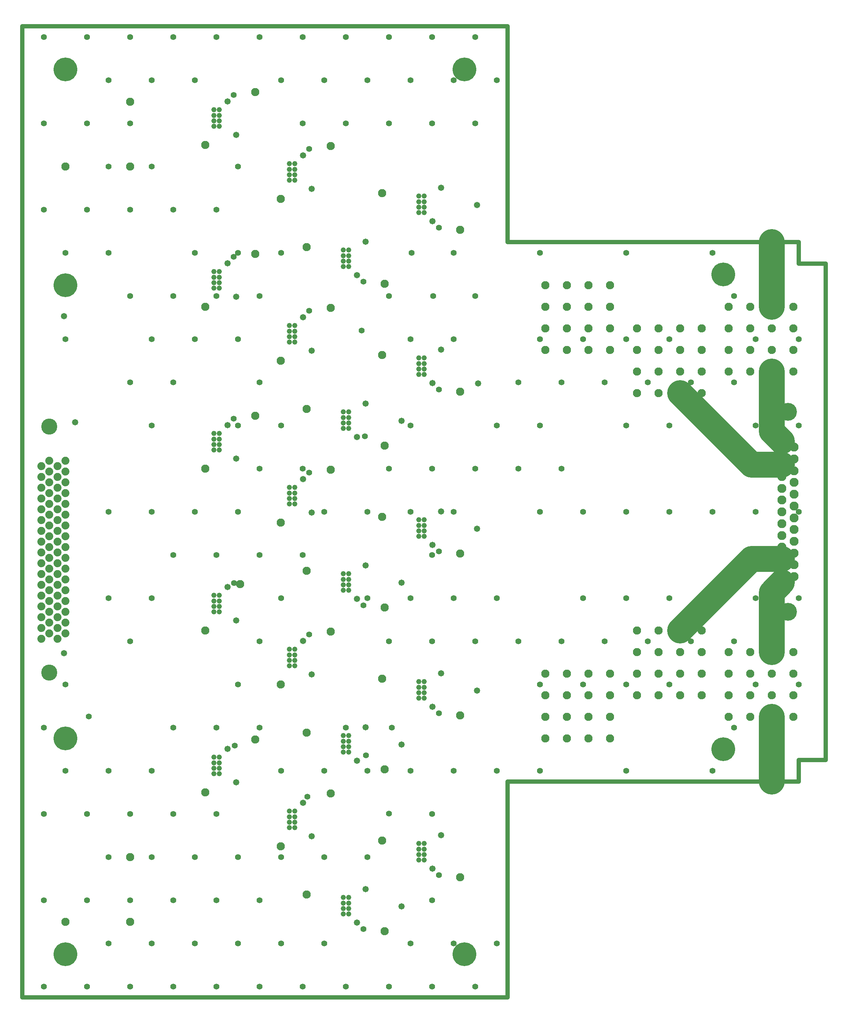
<source format=gbr>
%TF.GenerationSoftware,Altium Limited,Altium Designer,25.0.2 (28)*%
G04 Layer_Physical_Order=2*
G04 Layer_Color=32768*
%FSLAX45Y45*%
%MOMM*%
%TF.SameCoordinates,97F7605E-EDA1-4B57-83DE-D803DCB7673D*%
%TF.FilePolarity,Negative*%
%TF.FileFunction,Copper,L2,Inr,Plane*%
%TF.Part,Single*%
G01*
G75*
%TA.AperFunction,NonConductor*%
%ADD37C,1.01600*%
%ADD38C,6.09600*%
%TA.AperFunction,ComponentPad*%
%ADD39C,1.87960*%
%ADD40C,3.78460*%
%ADD41C,1.93040*%
%TA.AperFunction,ViaPad*%
%ADD42C,1.93040*%
%TA.AperFunction,ComponentPad*%
%ADD43C,2.10600*%
%ADD44C,4.21600*%
%TA.AperFunction,ViaPad*%
%ADD45C,5.58800*%
%ADD46C,1.42240*%
%ADD47C,1.47320*%
%ADD48C,1.21600*%
D37*
X13970000Y8890000D02*
X20828000D01*
X13970000Y3810000D02*
Y8890000D01*
X2540000Y3810000D02*
X13970000D01*
X2540000D02*
Y26670001D01*
X13970000D01*
Y21589999D02*
Y26670001D01*
Y21589999D02*
X20828000D01*
Y21082001D02*
Y21589999D01*
Y21082001D02*
X21463000D01*
Y9398000D02*
Y21082001D01*
X20828000Y9398000D02*
X21463000D01*
X20828000Y8890000D02*
Y9398000D01*
D38*
X20192999Y20066000D02*
Y21589999D01*
Y17141200D02*
X20432201Y16902000D01*
X20192999Y17141200D02*
Y18542000D01*
X19720001Y16348000D02*
X20432199D01*
X18034000Y18034000D02*
X19720001Y16348000D01*
Y14132001D02*
X20432199D01*
X18034000Y12446000D02*
X19720001Y14132001D01*
X20192999Y13338800D02*
X20432201Y13578000D01*
X20192999Y11938000D02*
Y13338800D01*
Y8890000D02*
Y10414000D01*
D39*
X3365500Y12255500D02*
D03*
Y12509500D02*
D03*
X3556000Y12382500D02*
D03*
X3365500Y12763500D02*
D03*
X3556000Y12636500D02*
D03*
X3365500Y13017500D02*
D03*
X3556000Y12890500D02*
D03*
X3365500Y13271500D02*
D03*
X3556000Y13144501D02*
D03*
X3365500Y13525500D02*
D03*
X3556000Y13398500D02*
D03*
X3365500Y13779500D02*
D03*
X3556000Y13652499D02*
D03*
X3365500Y14033501D02*
D03*
X3556000Y13906500D02*
D03*
X3365500Y14287500D02*
D03*
X3556000Y14160500D02*
D03*
X3365500Y14541499D02*
D03*
X3556000Y14414500D02*
D03*
X3365500Y14795500D02*
D03*
X3556000Y14668500D02*
D03*
X3365500Y15049500D02*
D03*
X3556000Y14922501D02*
D03*
X3365500Y15303500D02*
D03*
X3556000Y15176500D02*
D03*
X3365500Y15557500D02*
D03*
X3556000Y15430499D02*
D03*
X3365500Y15811501D02*
D03*
X3556000Y15684500D02*
D03*
X3365500Y16065500D02*
D03*
X3556000Y15938499D02*
D03*
X3365500Y16319501D02*
D03*
X3556000Y16192500D02*
D03*
Y16446500D02*
D03*
X2984500Y12255500D02*
D03*
Y12509500D02*
D03*
X3175000Y12382500D02*
D03*
X2984500Y12763500D02*
D03*
X3175000Y12636500D02*
D03*
X2984500Y13017500D02*
D03*
X3175000Y12890500D02*
D03*
X2984500Y13271500D02*
D03*
X3175000Y13144501D02*
D03*
X2984500Y13525500D02*
D03*
X3175000Y13398500D02*
D03*
X2984500Y13779500D02*
D03*
X3175000Y13652499D02*
D03*
X2984500Y14033501D02*
D03*
X3175000Y13906500D02*
D03*
X2984500Y14287500D02*
D03*
X3175000Y14160500D02*
D03*
X2984500Y14541499D02*
D03*
X3175000Y14414500D02*
D03*
X2984500Y14795500D02*
D03*
X3175000Y14668500D02*
D03*
X2984500Y15049500D02*
D03*
X3175000Y14922501D02*
D03*
X2984500Y15303500D02*
D03*
X3175000Y15176500D02*
D03*
X2984500Y15557500D02*
D03*
X3175000Y15430499D02*
D03*
X2984500Y15811501D02*
D03*
X3175000Y15684500D02*
D03*
X2984500Y16065500D02*
D03*
X3175000Y15938499D02*
D03*
X2984500Y16319501D02*
D03*
X3175000Y16192500D02*
D03*
Y16446500D02*
D03*
D40*
Y11455400D02*
D03*
Y17246600D02*
D03*
D41*
X16383000Y19050000D02*
D03*
Y19558000D02*
D03*
Y20066000D02*
D03*
Y20574001D02*
D03*
X15875000Y19050000D02*
D03*
Y19558000D02*
D03*
Y20066000D02*
D03*
Y20574001D02*
D03*
X15367000Y19050000D02*
D03*
Y19558000D02*
D03*
Y20066000D02*
D03*
Y20574001D02*
D03*
X14859000Y19050000D02*
D03*
Y19558000D02*
D03*
Y20066000D02*
D03*
Y20574001D02*
D03*
X18542000Y12446000D02*
D03*
Y11938000D02*
D03*
Y11430000D02*
D03*
Y10922000D02*
D03*
X18034000Y12446000D02*
D03*
Y11938000D02*
D03*
Y11430000D02*
D03*
Y10922000D02*
D03*
X17525999Y12446000D02*
D03*
Y11938000D02*
D03*
Y11430000D02*
D03*
Y10922000D02*
D03*
X17017999Y12446000D02*
D03*
Y11938000D02*
D03*
Y11430000D02*
D03*
Y10922000D02*
D03*
X20700999Y11938000D02*
D03*
Y11430000D02*
D03*
Y10922000D02*
D03*
Y10414000D02*
D03*
X20192999Y11938000D02*
D03*
Y11430000D02*
D03*
Y10922000D02*
D03*
Y10414000D02*
D03*
X19685001Y11938000D02*
D03*
Y11430000D02*
D03*
Y10922000D02*
D03*
Y10414000D02*
D03*
X19177000Y11938000D02*
D03*
Y11430000D02*
D03*
Y10922000D02*
D03*
Y10414000D02*
D03*
X20700999Y18542000D02*
D03*
Y19050000D02*
D03*
Y19558000D02*
D03*
Y20066000D02*
D03*
X20192999Y18542000D02*
D03*
Y19050000D02*
D03*
Y19558000D02*
D03*
Y20066000D02*
D03*
X19685001Y18542000D02*
D03*
Y19050000D02*
D03*
Y19558000D02*
D03*
Y20066000D02*
D03*
X19177000Y18542000D02*
D03*
Y19050000D02*
D03*
Y19558000D02*
D03*
Y20066000D02*
D03*
X16383000Y11430000D02*
D03*
Y10922000D02*
D03*
Y10414000D02*
D03*
Y9906000D02*
D03*
X15875000Y11430000D02*
D03*
Y10922000D02*
D03*
Y10414000D02*
D03*
Y9906000D02*
D03*
X15367000Y11430000D02*
D03*
Y10922000D02*
D03*
Y10414000D02*
D03*
Y9906000D02*
D03*
X14859000Y11430000D02*
D03*
Y10922000D02*
D03*
Y10414000D02*
D03*
Y9906000D02*
D03*
X18542000Y18034000D02*
D03*
Y18542000D02*
D03*
Y19050000D02*
D03*
Y19558000D02*
D03*
X18034000Y18034000D02*
D03*
Y18542000D02*
D03*
Y19050000D02*
D03*
Y19558000D02*
D03*
X17525999Y18034000D02*
D03*
Y18542000D02*
D03*
Y19050000D02*
D03*
Y19558000D02*
D03*
X17017999Y18034000D02*
D03*
Y18542000D02*
D03*
Y19050000D02*
D03*
Y19558000D02*
D03*
D42*
X3556000Y23367999D02*
D03*
X5080000Y24892000D02*
D03*
Y23367999D02*
D03*
X3556000Y5588000D02*
D03*
X5080000D02*
D03*
Y7112000D02*
D03*
X7670800Y13538200D02*
D03*
X8026400Y25120599D02*
D03*
X9804400Y23850600D02*
D03*
X8026400Y21310600D02*
D03*
X9804400Y20040601D02*
D03*
X8026400Y17500600D02*
D03*
X9804400Y16230600D02*
D03*
Y12420600D02*
D03*
X8026400Y9880600D02*
D03*
X9804400Y8610600D02*
D03*
X11074400Y5372100D02*
D03*
X12852400Y6642100D02*
D03*
X11074400Y9182100D02*
D03*
X12852400Y10452100D02*
D03*
Y21882100D02*
D03*
X11074400Y20612100D02*
D03*
X12852400Y18072099D02*
D03*
X11074400Y16802100D02*
D03*
X12852400Y14262100D02*
D03*
X11074400Y12992101D02*
D03*
X11010900Y22745700D02*
D03*
Y18935699D02*
D03*
Y15125700D02*
D03*
Y11315700D02*
D03*
Y7505700D02*
D03*
X8623300Y7366000D02*
D03*
Y11176000D02*
D03*
Y22606000D02*
D03*
Y14986000D02*
D03*
Y18796001D02*
D03*
X9232900Y6235700D02*
D03*
Y10045700D02*
D03*
Y21475700D02*
D03*
Y17665700D02*
D03*
Y13855701D02*
D03*
X6845300Y8636000D02*
D03*
Y12446000D02*
D03*
Y20066000D02*
D03*
Y23875999D02*
D03*
Y16256000D02*
D03*
D43*
X20716200Y13716499D02*
D03*
Y13993500D02*
D03*
Y14270500D02*
D03*
Y14547501D02*
D03*
Y14824500D02*
D03*
Y15101500D02*
D03*
Y15378500D02*
D03*
Y15655499D02*
D03*
Y15932500D02*
D03*
Y16209500D02*
D03*
Y16486501D02*
D03*
Y16763499D02*
D03*
X20432201Y13578000D02*
D03*
Y13855000D02*
D03*
Y14132001D02*
D03*
Y14409000D02*
D03*
Y14686000D02*
D03*
Y14963000D02*
D03*
Y16625000D02*
D03*
Y16902000D02*
D03*
Y16071001D02*
D03*
Y16348000D02*
D03*
Y15794000D02*
D03*
Y15517000D02*
D03*
Y15239999D02*
D03*
D44*
X20574200Y17595000D02*
D03*
Y12885001D02*
D03*
D45*
X19050000Y20828000D02*
D03*
Y9652000D02*
D03*
X3556000Y20574001D02*
D03*
Y9906000D02*
D03*
Y25654001D02*
D03*
X12953999D02*
D03*
Y4826000D02*
D03*
X3556000D02*
D03*
D46*
X10629900Y9508700D02*
D03*
X10609490Y17018510D02*
D03*
X10574990Y5423410D02*
D03*
X12352990Y6693410D02*
D03*
X12352480Y10503920D02*
D03*
X10574480Y13043919D02*
D03*
X12352990Y14313409D02*
D03*
X12352480Y18123920D02*
D03*
X10574480Y20663921D02*
D03*
X12352990Y21933411D02*
D03*
X7526990Y13564110D02*
D03*
X9254740Y8540036D02*
D03*
X7539690Y9741410D02*
D03*
X9295380Y12358120D02*
D03*
X9295890Y16167610D02*
D03*
X7517380Y17438120D02*
D03*
X9295380Y19978120D02*
D03*
X7518400Y21247099D02*
D03*
X9295890Y23787610D02*
D03*
X7518400Y25057100D02*
D03*
X10528300Y19507201D02*
D03*
X4102100Y10426700D02*
D03*
X4572000Y23367999D02*
D03*
X19812000Y13208000D02*
D03*
X14732001Y21336000D02*
D03*
X16764000Y13208000D02*
D03*
X11176000Y16256000D02*
D03*
X16764000Y11176000D02*
D03*
X5080000Y8128000D02*
D03*
X3556000Y19303999D02*
D03*
X11684000Y5080000D02*
D03*
X13208000Y12192000D02*
D03*
X5588000Y17272000D02*
D03*
X6096000Y26416000D02*
D03*
X5080000Y4064000D02*
D03*
X14732001Y9144000D02*
D03*
X20828000Y11176000D02*
D03*
X18288000Y18288000D02*
D03*
X10668000Y15239999D02*
D03*
X12700000Y19303999D02*
D03*
X4572000Y7112000D02*
D03*
X5080000Y22352000D02*
D03*
X13716000Y5080000D02*
D03*
X4064000Y4064000D02*
D03*
X6096000D02*
D03*
X3556000Y9144000D02*
D03*
X5080000Y26416000D02*
D03*
X15748000Y15239999D02*
D03*
X5588000D02*
D03*
X11176000Y20320000D02*
D03*
X9652000Y7112000D02*
D03*
X12700000Y21336000D02*
D03*
X3048000Y10160000D02*
D03*
X20828000Y15239999D02*
D03*
X9144000Y26416000D02*
D03*
X12192000Y4064000D02*
D03*
X13208000D02*
D03*
X10668000Y7112000D02*
D03*
X5080000Y18288000D02*
D03*
X6604000Y21336000D02*
D03*
X10160000Y4064000D02*
D03*
X19303999Y20320000D02*
D03*
X3048000Y24384000D02*
D03*
X5080000D02*
D03*
X7620000Y23367999D02*
D03*
X8128000Y20320000D02*
D03*
X7112000Y4064000D02*
D03*
X13208000Y20320000D02*
D03*
X16764000Y15239999D02*
D03*
X4064000Y22352000D02*
D03*
X17780000Y19303999D02*
D03*
X10668000Y9144000D02*
D03*
X11176000Y12192000D02*
D03*
X17780000Y13208000D02*
D03*
X13208000Y24384000D02*
D03*
X8636000Y25400000D02*
D03*
X5588000Y19303999D02*
D03*
X16256000Y18288000D02*
D03*
X13208000Y26416000D02*
D03*
X15748000Y13208000D02*
D03*
X13716000Y9144000D02*
D03*
X6096000Y20320000D02*
D03*
X13716000Y25400000D02*
D03*
X17780000Y11176000D02*
D03*
X6604000Y15239999D02*
D03*
X15239999Y12192000D02*
D03*
X15748000Y19303999D02*
D03*
X7112000Y22352000D02*
D03*
X4064000Y26416000D02*
D03*
X15748000Y11176000D02*
D03*
X6096000Y14224001D02*
D03*
X3048000Y22352000D02*
D03*
X19812000Y15239999D02*
D03*
X5588000Y13208000D02*
D03*
X16764000Y17272000D02*
D03*
X8636000Y21336000D02*
D03*
X14732001Y17272000D02*
D03*
X4064000Y8128000D02*
D03*
X10668000Y13208000D02*
D03*
X5588000Y25400000D02*
D03*
X7112000Y26416000D02*
D03*
X11709400Y21336000D02*
D03*
X5588000Y7112000D02*
D03*
X19812000Y11176000D02*
D03*
X7112000Y20320000D02*
D03*
X12217400D02*
D03*
X12192000Y26416000D02*
D03*
X16764000Y19303999D02*
D03*
X12192000Y12192000D02*
D03*
X6604000Y5080000D02*
D03*
X13208000Y16256000D02*
D03*
X3556000Y21336000D02*
D03*
X12700000Y9144000D02*
D03*
X3048000Y4064000D02*
D03*
X9144000Y24384000D02*
D03*
X8128000Y14224001D02*
D03*
X19303999Y10160000D02*
D03*
X11239500D02*
D03*
X8636000Y7112000D02*
D03*
X11176000Y8140700D02*
D03*
X7620000Y11176000D02*
D03*
X8636000Y9144000D02*
D03*
X9652000Y5080000D02*
D03*
X7620000Y21336000D02*
D03*
X13716000Y13208000D02*
D03*
X14224001Y12192000D02*
D03*
X5588000Y9144000D02*
D03*
X12700000Y15239999D02*
D03*
X3048000Y6096000D02*
D03*
X10160000Y26416000D02*
D03*
X6604000Y7112000D02*
D03*
X16764000Y9144000D02*
D03*
X11684000Y25400000D02*
D03*
X6096000Y18288000D02*
D03*
X10160000Y10160000D02*
D03*
X7620000Y7112000D02*
D03*
X9652000Y9144000D02*
D03*
X15239999Y16256000D02*
D03*
X8636000Y17272000D02*
D03*
X4064000Y6096000D02*
D03*
X5588000Y5080000D02*
D03*
X12700000Y25400000D02*
D03*
X18796001Y15239999D02*
D03*
X11176000Y26416000D02*
D03*
X7112000Y8128000D02*
D03*
X9652000Y25400000D02*
D03*
X11684000Y13208000D02*
D03*
X16764000Y21336000D02*
D03*
X20828000Y17272000D02*
D03*
X8636000Y5080000D02*
D03*
X18796001Y9144000D02*
D03*
X11684000Y15239999D02*
D03*
X4572000Y5080000D02*
D03*
X7112000Y6096000D02*
D03*
X11684000Y19303999D02*
D03*
X14732001Y15239999D02*
D03*
X9144000Y14224001D02*
D03*
X14732001Y19303999D02*
D03*
X7112000Y10160000D02*
D03*
X19303999Y12192000D02*
D03*
X8128000Y6096000D02*
D03*
X10668000Y25400000D02*
D03*
X4572000Y9144000D02*
D03*
X12192000Y14224001D02*
D03*
X6096000Y10160000D02*
D03*
X5080000Y12192000D02*
D03*
X20828000Y13208000D02*
D03*
X19812000Y17272000D02*
D03*
X8128000Y16256000D02*
D03*
X14224001Y18288000D02*
D03*
X8128000Y12192000D02*
D03*
X11684000Y9144000D02*
D03*
X7620000Y19303999D02*
D03*
X18796001Y21336000D02*
D03*
X15239999Y18288000D02*
D03*
X4064000Y24384000D02*
D03*
X6096000Y6096000D02*
D03*
X5080000Y20320000D02*
D03*
X4572000Y13208000D02*
D03*
X12192000Y16256000D02*
D03*
X17272000Y18288000D02*
D03*
X7620000Y17272000D02*
D03*
X18288000Y12192000D02*
D03*
X6096000Y8128000D02*
D03*
X8128000Y10160000D02*
D03*
X12192000Y24384000D02*
D03*
X6604000Y19303999D02*
D03*
X10160000Y24384000D02*
D03*
X11176000Y4064000D02*
D03*
X7112000Y14224001D02*
D03*
X17780000Y17272000D02*
D03*
X12700000Y13208000D02*
D03*
X12192000Y6096000D02*
D03*
X20828000Y19303999D02*
D03*
X3048000Y26416000D02*
D03*
X7620000Y15239999D02*
D03*
X4572000Y25400000D02*
D03*
X8128000Y18288000D02*
D03*
X3048000Y8128000D02*
D03*
X9144000Y4064000D02*
D03*
X3556000Y11176000D02*
D03*
X9144000Y16256000D02*
D03*
X7620000Y5080000D02*
D03*
X17780000Y15239999D02*
D03*
X19303999Y18288000D02*
D03*
X4572000Y21336000D02*
D03*
X8128000Y26416000D02*
D03*
X6096000Y22352000D02*
D03*
X8128000Y4064000D02*
D03*
X12700000Y5080000D02*
D03*
X16256000Y12192000D02*
D03*
X5588000Y23367999D02*
D03*
X9652000Y15239999D02*
D03*
X17272000Y12192000D02*
D03*
X11684000Y17272000D02*
D03*
X5080000Y6096000D02*
D03*
X8636000Y13208000D02*
D03*
X19812000Y19303999D02*
D03*
X6604000Y25400000D02*
D03*
X13716000Y17272000D02*
D03*
X14224001Y16256000D02*
D03*
X4572000Y15239999D02*
D03*
X14732001Y11176000D02*
D03*
X11176000Y24384000D02*
D03*
X12192000Y8128000D02*
D03*
D47*
X13271500Y18262601D02*
D03*
X3517900Y19850101D02*
D03*
X11468100Y5956300D02*
D03*
Y9766300D02*
D03*
X13246100Y11036300D02*
D03*
X11468100Y13576300D02*
D03*
X13246100Y22466299D02*
D03*
X11468100Y17386301D02*
D03*
X13246100Y14846300D02*
D03*
X10417600Y5575300D02*
D03*
X10628300Y6362700D02*
D03*
X12195600Y6845300D02*
D03*
X12406300Y7632700D02*
D03*
X10417600Y9385300D02*
D03*
X10628300Y10172700D02*
D03*
X12195600Y10655300D02*
D03*
X12406300Y11442700D02*
D03*
X10417600Y13195300D02*
D03*
X10628300Y13982700D02*
D03*
X12195600Y14465300D02*
D03*
X12406300Y15252699D02*
D03*
X10417090Y17005811D02*
D03*
X10628300Y17792700D02*
D03*
X12195090Y18275810D02*
D03*
X12406300Y19062700D02*
D03*
X10417600Y20815300D02*
D03*
X10628300Y21602699D02*
D03*
X12195600Y22085300D02*
D03*
X12406300Y22872701D02*
D03*
X9357790Y7607810D02*
D03*
X9147090Y8395210D02*
D03*
X7579790Y8877810D02*
D03*
X7369090Y9665210D02*
D03*
X9357790Y11417810D02*
D03*
X9147090Y12205210D02*
D03*
X7579790Y12687810D02*
D03*
X7369090Y13475211D02*
D03*
X9357790Y15227811D02*
D03*
X9147090Y16015210D02*
D03*
X7579790Y16497810D02*
D03*
X7369090Y17285210D02*
D03*
X9357790Y19037810D02*
D03*
X9147090Y19825211D02*
D03*
X7579790Y20307809D02*
D03*
X7369090Y21095210D02*
D03*
X9357790Y22847810D02*
D03*
X9147600Y23634700D02*
D03*
X7579790Y24117810D02*
D03*
X7369600Y24904700D02*
D03*
X3517900Y11912600D02*
D03*
X3784600Y17348199D02*
D03*
D48*
X12003000Y7044000D02*
D03*
X11873000D02*
D03*
X12003000Y7434000D02*
D03*
X11873000D02*
D03*
X12003000Y7304000D02*
D03*
X11873000D02*
D03*
X12003000Y7174000D02*
D03*
X11873000D02*
D03*
X12003000Y10854000D02*
D03*
X11873000D02*
D03*
X12003000Y11244000D02*
D03*
X11873000D02*
D03*
X12003000Y11114000D02*
D03*
X11873000D02*
D03*
X12003000Y10984000D02*
D03*
X11873000D02*
D03*
X12003000Y22284000D02*
D03*
X11873000D02*
D03*
X12003000Y22674001D02*
D03*
X11873000D02*
D03*
X12003000Y22544000D02*
D03*
X11873000D02*
D03*
X12003000Y22414000D02*
D03*
X11873000D02*
D03*
X12003000Y18474001D02*
D03*
X11873000D02*
D03*
X12003000Y18864000D02*
D03*
X11873000D02*
D03*
X12003000Y18734000D02*
D03*
X11873000D02*
D03*
X12003000Y18603999D02*
D03*
X11873000D02*
D03*
X12003000Y14664000D02*
D03*
X11873000D02*
D03*
X12003000Y15053999D02*
D03*
X11873000D02*
D03*
X12003000Y14924001D02*
D03*
X11873000D02*
D03*
X12003000Y14794000D02*
D03*
X11873000D02*
D03*
X8955000Y8196000D02*
D03*
X8825000D02*
D03*
X8955000Y7806000D02*
D03*
X8825000D02*
D03*
X8955000Y7936000D02*
D03*
X8825000D02*
D03*
X8955000Y8066000D02*
D03*
X8825000D02*
D03*
X8955000Y23436000D02*
D03*
X8825000D02*
D03*
X8955000Y23046001D02*
D03*
X8825000D02*
D03*
X8955000Y23175999D02*
D03*
X8825000D02*
D03*
X8955000Y23306000D02*
D03*
X8825000D02*
D03*
X8955000Y19625999D02*
D03*
X8825000D02*
D03*
X8955000Y19236000D02*
D03*
X8825000D02*
D03*
X8955000Y19366000D02*
D03*
X8825000D02*
D03*
X8955000Y19496001D02*
D03*
X8825000D02*
D03*
X8955000Y12006000D02*
D03*
X8825000D02*
D03*
X8955000Y11616000D02*
D03*
X8825000D02*
D03*
X8955000Y11746000D02*
D03*
X8825000D02*
D03*
X8955000Y11876000D02*
D03*
X8825000D02*
D03*
X8955000Y15816000D02*
D03*
X8825000D02*
D03*
X8955000Y15425999D02*
D03*
X8825000D02*
D03*
X8955000Y15556000D02*
D03*
X8825000D02*
D03*
X8955000Y15686000D02*
D03*
X8825000D02*
D03*
X10225000Y5774000D02*
D03*
X10095000D02*
D03*
X10225000Y6164000D02*
D03*
X10095000D02*
D03*
X10225000Y6034000D02*
D03*
X10095000D02*
D03*
X10225000Y5904000D02*
D03*
X10095000D02*
D03*
X10225000Y9584000D02*
D03*
X10095000D02*
D03*
X10225000Y9974000D02*
D03*
X10095000D02*
D03*
X10225000Y9844000D02*
D03*
X10095000D02*
D03*
X10225000Y9714000D02*
D03*
X10095000D02*
D03*
X10225000Y21014000D02*
D03*
X10095000D02*
D03*
X10225000Y21403999D02*
D03*
X10095000D02*
D03*
X10225000Y21274001D02*
D03*
X10095000D02*
D03*
X10225000Y21144000D02*
D03*
X10095000D02*
D03*
X10225000Y17203999D02*
D03*
X10095000D02*
D03*
X10225000Y17594000D02*
D03*
X10095000D02*
D03*
X10225000Y17464000D02*
D03*
X10095000D02*
D03*
X10225000Y17334000D02*
D03*
X10095000D02*
D03*
X10225000Y13394000D02*
D03*
X10095000D02*
D03*
X10225000Y13784000D02*
D03*
X10095000D02*
D03*
X10225000Y13653999D02*
D03*
X10095000D02*
D03*
X10225000Y13524001D02*
D03*
X10095000D02*
D03*
X7177000Y24706000D02*
D03*
X7047000D02*
D03*
X7177000Y24316000D02*
D03*
X7047000D02*
D03*
X7177000Y24446001D02*
D03*
X7047000D02*
D03*
X7177000Y24575999D02*
D03*
X7047000D02*
D03*
X7177000Y20896001D02*
D03*
X7047000D02*
D03*
X7177000Y20506000D02*
D03*
X7047000D02*
D03*
X7177000Y20636000D02*
D03*
X7047000D02*
D03*
X7177000Y20766000D02*
D03*
X7047000D02*
D03*
X7177000Y9466000D02*
D03*
X7047000D02*
D03*
X7177000Y9076000D02*
D03*
X7047000D02*
D03*
X7177000Y9206000D02*
D03*
X7047000D02*
D03*
X7177000Y9336000D02*
D03*
X7047000D02*
D03*
X7177000Y13275999D02*
D03*
X7047000D02*
D03*
X7177000Y12886000D02*
D03*
X7047000D02*
D03*
X7177000Y13016000D02*
D03*
X7047000D02*
D03*
X7177000Y13146001D02*
D03*
X7047000D02*
D03*
X7177000Y17086000D02*
D03*
X7047000D02*
D03*
X7177000Y16696001D02*
D03*
X7047000D02*
D03*
X7177000Y16825999D02*
D03*
X7047000D02*
D03*
X7177000Y16956000D02*
D03*
X7047000D02*
D03*
%TF.MD5,a18e578d14a4b1a42e1c0254c7d5f5ed*%
M02*

</source>
